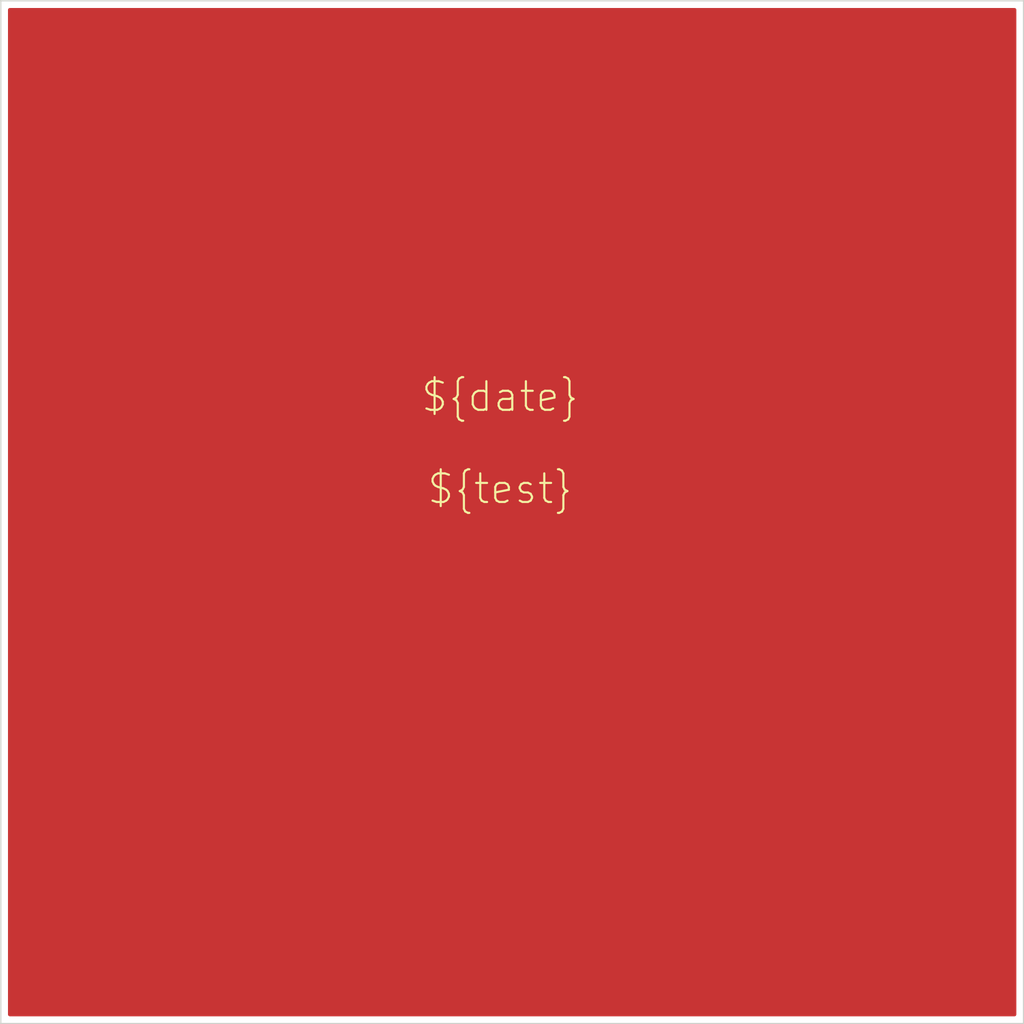
<source format=kicad_pcb>
(kicad_pcb (version 20211014) (generator pcbnew)

  (general
    (thickness 1.6)
  )

  (paper "A4")
  (layers
    (0 "F.Cu" signal)
    (31 "B.Cu" signal)
    (32 "B.Adhes" user "B.Adhesive")
    (33 "F.Adhes" user "F.Adhesive")
    (34 "B.Paste" user)
    (35 "F.Paste" user)
    (36 "B.SilkS" user "B.Silkscreen")
    (37 "F.SilkS" user "F.Silkscreen")
    (38 "B.Mask" user)
    (39 "F.Mask" user)
    (40 "Dwgs.User" user "User.Drawings")
    (41 "Cmts.User" user "User.Comments")
    (42 "Eco1.User" user "User.Eco1")
    (43 "Eco2.User" user "User.Eco2")
    (44 "Edge.Cuts" user)
    (45 "Margin" user)
    (46 "B.CrtYd" user "B.Courtyard")
    (47 "F.CrtYd" user "F.Courtyard")
    (48 "B.Fab" user)
    (49 "F.Fab" user)
    (50 "User.1" user)
    (51 "User.2" user)
    (52 "User.3" user)
    (53 "User.4" user)
    (54 "User.5" user)
    (55 "User.6" user)
    (56 "User.7" user)
    (57 "User.8" user)
    (58 "User.9" user)
  )

  (setup
    (pad_to_mask_clearance 0)
    (pcbplotparams
      (layerselection 0x00010fc_ffffffff)
      (disableapertmacros false)
      (usegerberextensions false)
      (usegerberattributes true)
      (usegerberadvancedattributes true)
      (creategerberjobfile true)
      (svguseinch false)
      (svgprecision 6)
      (excludeedgelayer true)
      (plotframeref false)
      (viasonmask false)
      (mode 1)
      (useauxorigin false)
      (hpglpennumber 1)
      (hpglpenspeed 20)
      (hpglpendiameter 15.000000)
      (dxfpolygonmode true)
      (dxfimperialunits true)
      (dxfusepcbnewfont true)
      (psnegative false)
      (psa4output false)
      (plotreference true)
      (plotvalue true)
      (plotinvisibletext false)
      (sketchpadsonfab false)
      (subtractmaskfromsilk false)
      (outputformat 1)
      (mirror false)
      (drillshape 1)
      (scaleselection 1)
      (outputdirectory "")
    )
  )

  (net 0 "")

  (gr_rect (start 93.4 69.8) (end 164.9 141.3) (layer "Edge.Cuts") (width 0.1) (fill none) (tstamp 985590de-6f42-42b5-9202-736856487161))
  (gr_text "${date}\n\n${test}" (at 128.3 100.7) (layer "F.SilkS") (tstamp 1e4e3c88-6e2c-4360-a475-800a7f80deba)
    (effects (font (size 2 2) (thickness 0.15)))
  )

  (zone (net 0) (net_name "") (layer "F.Cu") (tstamp ba125928-2783-42e8-9ef0-22724599cf0c) (hatch edge 0.508)
    (connect_pads (clearance 0.508))
    (min_thickness 0.254) (filled_areas_thickness no)
    (fill yes (thermal_gap 0.508) (thermal_bridge_width 0.508))
    (polygon
      (pts
        (xy 164.9 141.2)
        (xy 93.5 141.2)
        (xy 93.5 69.8)
        (xy 164.9 69.8)
      )
    )
    (filled_polygon
      (layer "F.Cu")
      (island)
      (pts
        (xy 164.333621 70.328502)
        (xy 164.380114 70.382158)
        (xy 164.3915 70.4345)
        (xy 164.3915 140.6655)
        (xy 164.371498 140.733621)
        (xy 164.317842 140.780114)
        (xy 164.2655 140.7915)
        (xy 94.0345 140.7915)
        (xy 93.966379 140.771498)
        (xy 93.919886 140.717842)
        (xy 93.9085 140.6655)
        (xy 93.9085 70.4345)
        (xy 93.928502 70.366379)
        (xy 93.982158 70.319886)
        (xy 94.0345 70.3085)
        (xy 164.2655 70.3085)
      )
    )
  )
)

</source>
